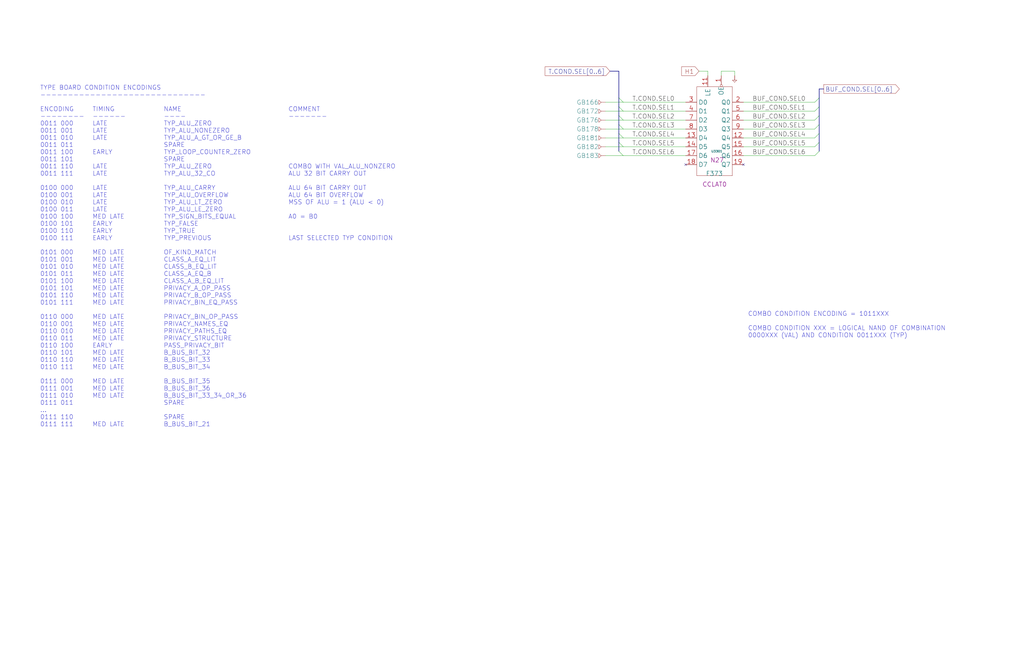
<source format=kicad_sch>
(kicad_sch (version 20230121) (generator eeschema)
  (paper "User" 584.2 378.46)
  (title_block (title "CONDITION LOGIC") (date "15-MAR-90") (rev "1.0") (comment 1 "TYPE") (comment 2 "232-003062") (comment 3 "S400") (comment 4 "RELEASED"))
  (lib_symbols
    (symbol "r1000:F373" (pin_names (offset 1.016))
      (property "Reference" "U" (at 2.54 5.08 0))
      (property "Value" "F373" (at -3.81 -7.62 0))
      (property "Location" "___" (at -1.27 0 0))
      (property "Name" "______" (at 1.27 -15.24 0))
      (symbol "F373_1_1"
        (rectangle (start -8.89 41.91) (end 11.43 -8.89))
        (circle (center 5.08 42.545) (radius 0.635))
        (pin input line (at 5.08 48.26 270) (length 5.08) (name "OE") (number "1"))
        (pin input line (at -2.54 48.26 270) (length 6.35) (name "LE") (number "11"))
        (pin tri_state line (at 17.78 12.7 180) (length 6.35) (name "Q4") (number "12"))
        (pin input line (at -15.24 12.7 0) (length 6.35) (name "D4") (number "13"))
        (pin input line (at -15.24 7.62 0) (length 6.35) (name "D5") (number "14"))
        (pin tri_state line (at 17.78 7.62 180) (length 6.35) (name "Q5") (number "15"))
        (pin tri_state line (at 17.78 2.54 180) (length 6.35) (name "Q6") (number "16"))
        (pin input line (at -15.24 2.54 0) (length 6.35) (name "D6") (number "17"))
        (pin input line (at -15.24 -2.54 0) (length 6.35) (name "D7") (number "18"))
        (pin tri_state line (at 17.78 -2.54 180) (length 6.35) (name "Q7") (number "19"))
        (pin tri_state line (at 17.78 33.02 180) (length 6.35) (name "Q0") (number "2"))
        (pin input line (at -15.24 33.02 0) (length 6.35) (name "D0") (number "3"))
        (pin input line (at -15.24 27.94 0) (length 6.35) (name "D1") (number "4"))
        (pin tri_state line (at 17.78 27.94 180) (length 6.35) (name "Q1") (number "5"))
        (pin tri_state line (at 17.78 22.86 180) (length 6.35) (name "Q2") (number "6"))
        (pin input line (at -15.24 22.86 0) (length 6.35) (name "D2") (number "7"))
        (pin input line (at -15.24 17.78 0) (length 6.35) (name "D3") (number "8"))
        (pin tri_state line (at 17.78 17.78 180) (length 6.35) (name "Q3") (number "9"))
      )
    )
    (symbol "r1000:GB" (pin_numbers hide) (pin_names (offset 0) hide)
      (property "Reference" "GB" (at 3.81 0 0))
      (symbol "GB_0_1"
        (polyline (pts (xy 2.54 0) (xy 3.81 1.27) (xy 3.81 -1.27) (xy 2.54 0)) (stroke (width 0.1524)))
      )
      (symbol "GB_1_1"
        (pin bidirectional line (at 0 0 0) (length 2.54) (name "") (number "1"))
      )
    )
    (symbol "r1000:PD" (power) (pin_numbers hide) (pin_names hide) (in_bom no)
      (symbol "PD_0_1"
        (polyline (pts (xy 0 -2.54) (xy 1.27 -2.54) (xy 0 -3.81) (xy -1.27 -2.54) (xy 0 -2.54)) (stroke (width 0.1524)))
      )
      (symbol "PD_1_1"
        (pin power_in line (at 0 0 270) (length 2.54) (name "PD") (number "1"))
      )
    )
  )
  (no_connect (at 424.18 93.98))
  (no_connect (at 391.16 93.98))
  (bus_entry (at 467.36 81.28) (size -2.54 2.54))
  (bus_entry (at 353.06 55.88) (size 2.54 2.54))
  (bus_entry (at 467.36 66.04) (size -2.54 2.54))
  (bus_entry (at 467.36 60.96) (size -2.54 2.54))
  (bus_entry (at 353.06 71.12) (size 2.54 2.54))
  (bus_entry (at 467.36 86.36) (size -2.54 2.54))
  (bus_entry (at 353.06 81.28) (size 2.54 2.54))
  (bus_entry (at 353.06 86.36) (size 2.54 2.54))
  (bus_entry (at 467.36 55.88) (size -2.54 2.54))
  (bus_entry (at 467.36 76.2) (size -2.54 2.54))
  (bus_entry (at 467.36 71.12) (size -2.54 2.54))
  (bus_entry (at 353.06 60.96) (size 2.54 2.54))
  (bus_entry (at 353.06 66.04) (size 2.54 2.54))
  (bus_entry (at 353.06 76.2) (size 2.54 2.54))
  (wire (pts (xy 345.44 83.82) (xy 355.6 83.82)))
  (bus (pts (xy 353.06 81.28) (xy 353.06 86.36)))
  (bus (pts (xy 353.06 60.96) (xy 353.06 66.04)))
  (wire (pts (xy 345.44 78.74) (xy 355.6 78.74)))
  (bus (pts (xy 467.36 55.88) (xy 467.36 60.96)))
  (wire (pts (xy 355.6 73.66) (xy 391.16 73.66)))
  (wire (pts (xy 411.48 43.18) (xy 411.48 40.64)))
  (bus (pts (xy 467.36 66.04) (xy 467.36 71.12)))
  (wire (pts (xy 424.18 68.58) (xy 464.82 68.58)))
  (wire (pts (xy 355.6 63.5) (xy 391.16 63.5)))
  (bus (pts (xy 467.36 50.8) (xy 467.36 55.88)))
  (wire (pts (xy 355.6 83.82) (xy 391.16 83.82)))
  (wire (pts (xy 424.18 88.9) (xy 464.82 88.9)))
  (wire (pts (xy 424.18 63.5) (xy 464.82 63.5)))
  (bus (pts (xy 353.06 55.88) (xy 353.06 60.96)))
  (wire (pts (xy 355.6 78.74) (xy 391.16 78.74)))
  (wire (pts (xy 424.18 73.66) (xy 464.82 73.66)))
  (bus (pts (xy 353.06 71.12) (xy 353.06 76.2)))
  (bus (pts (xy 467.36 50.8) (xy 469.9 50.8)))
  (bus (pts (xy 353.06 66.04) (xy 353.06 71.12)))
  (bus (pts (xy 353.06 76.2) (xy 353.06 81.28)))
  (wire (pts (xy 355.6 58.42) (xy 391.16 58.42)))
  (wire (pts (xy 424.18 78.74) (xy 464.82 78.74)))
  (wire (pts (xy 419.1 40.64) (xy 419.1 43.18)))
  (wire (pts (xy 403.86 40.64) (xy 398.78 40.64)))
  (wire (pts (xy 345.44 88.9) (xy 355.6 88.9)))
  (bus (pts (xy 467.36 60.96) (xy 467.36 66.04)))
  (bus (pts (xy 347.98 40.64) (xy 353.06 40.64)))
  (bus (pts (xy 353.06 40.64) (xy 353.06 55.88)))
  (wire (pts (xy 355.6 88.9) (xy 391.16 88.9)))
  (wire (pts (xy 403.86 43.18) (xy 403.86 40.64)))
  (wire (pts (xy 345.44 58.42) (xy 355.6 58.42)))
  (wire (pts (xy 345.44 68.58) (xy 355.6 68.58)))
  (bus (pts (xy 467.36 81.28) (xy 467.36 86.36)))
  (wire (pts (xy 345.44 73.66) (xy 355.6 73.66)))
  (wire (pts (xy 411.48 40.64) (xy 419.1 40.64)))
  (wire (pts (xy 355.6 68.58) (xy 391.16 68.58)))
  (bus (pts (xy 467.36 76.2) (xy 467.36 81.28)))
  (wire (pts (xy 424.18 58.42) (xy 464.82 58.42)))
  (wire (pts (xy 424.18 83.82) (xy 464.82 83.82)))
  (bus (pts (xy 467.36 71.12) (xy 467.36 76.2)))
  (wire (pts (xy 345.44 63.5) (xy 355.6 63.5)))
  (text "COMBO CONDITION ENCODING = 1011XXX\n\nCOMBO CONDITION XXX = LOGICAL NAND OF COMBINATION\n0000XXX (VAL) AND CONDITION 0011XXX (TYP)\n" (at 426.72 193.04 0) (effects (font (size 2.54 2.54)) (justify left bottom)))
  (text "TYPE BOARD CONDITION ENCODINGS\n------------------------------\n\nENCODING	TIMING			NAME						COMMENT\n--------	------			----						-------\n0011 000	LATE			TYP_ALU_ZERO\n0011 001	LATE			TYP_ALU_NONEZERO\n0011 010	LATE			TYP_ALU_A_GT_OR_GE_B\n0011 011					SPARE\n0011 100	EARLY			TYP_LOOP_COUNTER_ZERO\n0011 101					SPARE\n0011 110	LATE			TYP_ALU_ZERO				COMBO WITH VAL_ALU_NONZERO\n0011 111	LATE			TYP_ALU_32_CO				ALU 32 BIT CARRY OUT\n\n0100 000	LATE			TYP_ALU_CARRY				ALU 64 BIT CARRY OUT\n0100 001	LATE			TYP_ALU_OVERFLOW			ALU 64 BIT OVERFLOW\n0100 010	LATE			TYP_ALU_LT_ZERO				MSS OF ALU = 1 (ALU < 0)\n0100 011	LATE			TYP_ALU_LE_ZERO\n0100 100	MED LATE		TYP_SIGN_BITS_EQUAL			A0 = B0\n0100 101	EARLY			TYP_FALSE\n0100 110	EARLY			TYP_TRUE\n0100 111	EARLY			TYP_PREVIOUS				LAST SELECTED TYP CONDITION\n\n0101 000	MED LATE		OF_KIND_MATCH\n0101 001	MED LATE		CLASS_A_EQ_LIT\n0101 010	MED LATE		CLASS_B_EQ_LIT\n0101 011	MED LATE		CLASS_A_EQ_B\n0101 100	MED LATE		CLASS_A_B_EQ_LIT\n0101 101	MED LATE		PRIVACY_A_OP_PASS\n0101 110	MED LATE		PRIVACY_B_OP_PASS\n0101 111	MED LATE		PRIVACY_BIN_EQ_PASS\n\n0110 000	MED LATE		PRIVACY_BIN_OP_PASS\n0110 001	MED LATE		PRIVACY_NAMES_EQ\n0110 010	MED LATE		PRIVACY_PATHS_EQ\n0110 011	MED LATE		PRIVACY_STRUCTURE\n0110 100	EARLY			PASS_PRIVACY_BIT\n0110 101	MED LATE		B_BUS_BIT_32\n0110 110	MED LATE		B_BUS_BIT_33\n0110 111	MED LATE		B_BUS_BIT_34\n\n0111 000	MED LATE		B_BUS_BIT_35\n0111 001	MED LATE		B_BUS_BIT_36\n0111 010	MED LATE		B_BUS_BIT_33_34_OR_36\n0111 011					SPARE\n...\n0111 110					SPARE\n0111 111	MED LATE		B_BUS_BIT_21" (at 22.86 243.84 0) (effects (font (size 2.54 2.54)) (justify left bottom)))
  (label "BUF_COND.SEL3" (at 429.26 73.66 0) (effects (font (size 2.54 2.54))))
  (label "BUF_COND.SEL6" (at 429.26 88.9 0) (effects (font (size 2.54 2.54))))
  (label "T.COND.SEL0" (at 360.68 58.42 0) (effects (font (size 2.54 2.54))))
  (label "BUF_COND.SEL4" (at 429.26 78.74 0) (effects (font (size 2.54 2.54))))
  (label "T.COND.SEL3" (at 360.68 73.66 0) (effects (font (size 2.54 2.54))))
  (label "T.COND.SEL5" (at 360.68 83.82 0) (effects (font (size 2.54 2.54))))
  (label "T.COND.SEL2" (at 360.68 68.58 0) (effects (font (size 2.54 2.54))))
  (label "T.COND.SEL1" (at 360.68 63.5 0) (effects (font (size 2.54 2.54))))
  (label "BUF_COND.SEL0" (at 429.26 58.42 0) (effects (font (size 2.54 2.54))))
  (label "T.COND.SEL4" (at 360.68 78.74 0) (effects (font (size 2.54 2.54))))
  (label "BUF_COND.SEL5" (at 429.26 83.82 0) (effects (font (size 2.54 2.54))))
  (label "BUF_COND.SEL1" (at 429.26 63.5 0) (effects (font (size 2.54 2.54))))
  (label "BUF_COND.SEL2" (at 429.26 68.58 0) (effects (font (size 2.54 2.54))))
  (label "T.COND.SEL6" (at 360.68 88.9 0) (effects (font (size 2.54 2.54))))
  (global_label "T.COND.SEL[0..6]" (shape input) (at 347.98 40.64 180) (effects (font (size 2.54 2.54))) (property "Intersheetrefs" "${INTERSHEET_REFS}" (at 310.9807 40.4813 0) (effects (font (size 1.905 1.905)) (justify right))))
  (global_label "BUF_COND.SEL[0..6]" (shape output) (at 469.9 50.8 0) (effects (font (size 2.54 2.54))) (property "Intersheetrefs" "${INTERSHEET_REFS}" (at 513.0679 50.6413 0) (effects (font (size 1.905 1.905)) (justify left))))
  (global_label "H1" (shape input) (at 398.78 40.64 180) (effects (font (size 2.54 2.54))) (property "Intersheetrefs" "${INTERSHEET_REFS}" (at 388.874 40.4813 0) (effects (font (size 1.905 1.905)) (justify right))))
  (symbol (lib_id "r1000:GB") (at 345.44 83.82 0) (mirror y) (unit 1)
    (property "Reference" "GB182" (at 341.63 83.82 0) (effects (font (size 2.54 2.54)) (justify left)))
    (property "Value" "GB" (effects hide))
  )
  (symbol (lib_id "r1000:GB") (at 345.44 58.42 0) (mirror y) (unit 1)
    (property "Reference" "GB166" (at 341.63 58.42 0) (effects (font (size 2.54 2.54)) (justify left)))
    (property "Value" "GB" (effects hide))
  )
  (symbol (lib_id "r1000:GB") (at 345.44 88.9 0) (mirror y) (unit 1)
    (property "Reference" "GB183" (at 341.63 88.9 0) (effects (font (size 2.54 2.54)) (justify left)))
    (property "Value" "GB" (effects hide))
  )
  (symbol (lib_id "r1000:GB") (at 345.44 68.58 0) (mirror y) (unit 1)
    (property "Reference" "GB176" (at 341.63 68.58 0) (effects (font (size 2.54 2.54)) (justify left)))
    (property "Value" "GB" (effects hide))
  )
  (symbol (lib_id "r1000:GB") (at 345.44 73.66 0) (mirror y) (unit 1)
    (property "Reference" "GB178" (at 341.63 73.66 0) (effects (font (size 2.54 2.54)) (justify left)))
    (property "Value" "GB" (effects hide))
  )
  (symbol (lib_id "r1000:PD") (at 419.1 43.18 0) (unit 1) (in_bom no)
    (property "Reference" "#PWR03301" (effects hide))
    (property "Value" "PD" (effects hide))
  )
  (symbol (lib_id "r1000:GB") (at 345.44 63.5 0) (mirror y) (unit 1)
    (property "Reference" "GB172" (at 341.63 63.5 0) (effects (font (size 2.54 2.54)) (justify left)))
    (property "Value" "GB" (effects hide))
  )
  (symbol (lib_id "r1000:F373") (at 406.4 91.44 0) (unit 1)
    (property "Reference" "U3301" (at 408.94 86.36 0))
    (property "Value" "F373" (at 402.59 99.06 0) (effects (font (size 2.54 2.54)) (justify left)))
    (property "Location" "N27" (at 405.13 91.44 0) (effects (font (size 2.54 2.54)) (justify left)))
    (property "Name" "CCLAT0" (at 407.67 106.68 0) (effects (font (size 2.54 2.54)) (justify bottom)))
  )
  (symbol (lib_id "r1000:GB") (at 345.44 78.74 0) (mirror y) (unit 1)
    (property "Reference" "GB181" (at 341.63 78.74 0) (effects (font (size 2.54 2.54)) (justify left)))
    (property "Value" "GB" (effects hide))
  )
)
</source>
